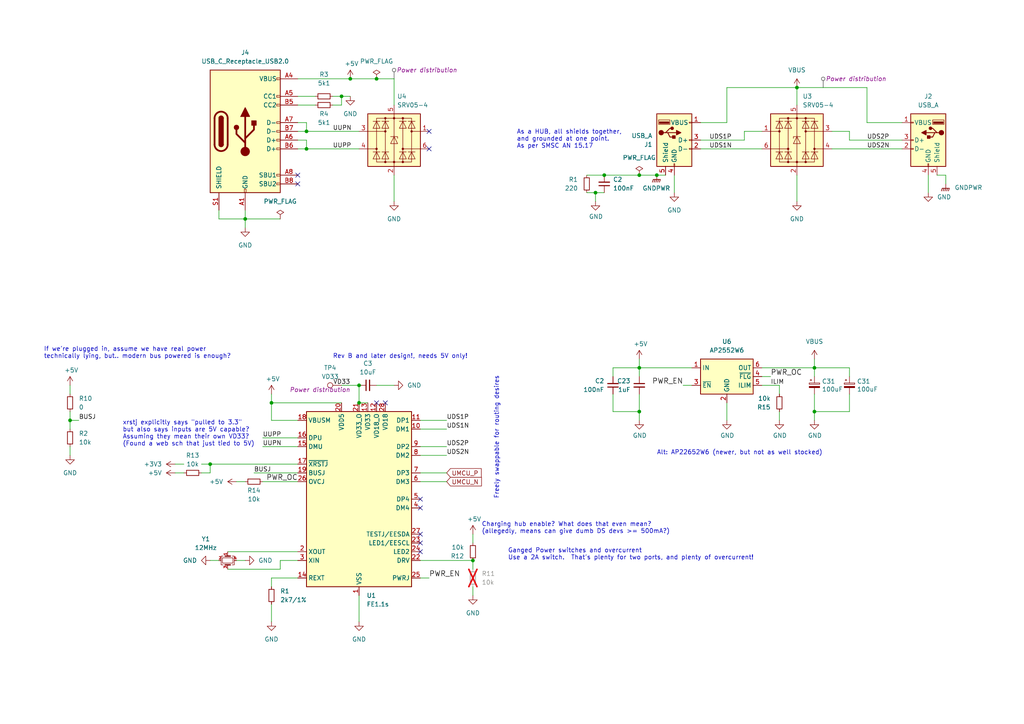
<source format=kicad_sch>
(kicad_sch (version 20231120) (generator "eeschema") (generator_version "8.0")
  (paper "A4")
  (title_block (title "Das KB4-Bara2") (rev "r2024-2") (company "Ekta Labs") (comment 1 "http://github.com/karlp/das-kb4-bara2"))
  (lib_symbols
    (symbol "Connector:TestPoint" (pin_numbers hide) (pin_names (offset 0.762) hide)
      (property "Reference" "TP" (at 0 6.858 0))
      (property "Value" "TestPoint" (at 0 5.08 0))
      (symbol "TestPoint_0_1"
        (circle (center 0 3.302) (radius 0.762))
      )
      (symbol "TestPoint_1_1"
        (pin passive line (at 0 0 90) (length 2.54) (name "1") (number "1"))
      )
    )
    (symbol "Connector:USB_A" (pin_names (offset 1.016))
      (property "Reference" "J" (at -5.08 11.43 0))
      (property "Value" "USB_A" (at -5.08 8.89 0))
      (symbol "USB_A_0_1"
        (rectangle (start -5.08 -7.62) (end 5.08 7.62) (stroke (width 0.254)) (fill (type background)))
        (circle (center -3.81 2.159) (radius 0.635) (stroke (width 0.254)) (fill (type outline)))
        (rectangle (start -1.524 4.826) (end -4.318 5.334) (fill (type outline)))
        (rectangle (start -1.27 4.572) (end -4.572 5.842))
        (circle (center -0.635 3.429) (radius 0.381) (stroke (width 0.254)) (fill (type outline)))
        (rectangle (start -0.127 -7.62) (end 0.127 -6.858))
        (polyline (pts (xy -3.175 2.159) (xy -2.54 2.159) (xy -1.27 3.429) (xy -0.635 3.429)) (stroke (width 0.254)))
        (polyline (pts (xy -2.54 2.159) (xy -1.905 2.159) (xy -1.27 0.889) (xy 0 0.889)) (stroke (width 0.254)))
        (polyline (pts (xy 0.635 2.794) (xy 0.635 1.524) (xy 1.905 2.159) (xy 0.635 2.794)) (stroke (width 0.254)) (fill (type outline)))
        (rectangle (start 0.254 1.27) (end -0.508 0.508) (stroke (width 0.254)) (fill (type outline)))
        (rectangle (start 5.08 -2.667) (end 4.318 -2.413))
        (rectangle (start 5.08 -0.127) (end 4.318 0.127))
        (rectangle (start 5.08 4.953) (end 4.318 5.207))
      )
      (symbol "USB_A_1_1"
        (polyline (pts (xy -1.905 2.159) (xy 0.635 2.159)) (stroke (width 0.254)))
        (pin power_in line (at 7.62 5.08 180) (length 2.54) (name "VBUS") (number "1"))
        (pin bidirectional line (at 7.62 -2.54 180) (length 2.54) (name "D-") (number "2"))
        (pin bidirectional line (at 7.62 0 180) (length 2.54) (name "D+") (number "3"))
        (pin power_in line (at 0 -10.16 90) (length 2.54) (name "GND") (number "4"))
        (pin passive line (at -2.54 -10.16 90) (length 2.54) (name "Shield") (number "5"))
      )
    )
    (symbol "Connector:USB_C_Receptacle_USB2.0" (pin_names (offset 1.016))
      (property "Reference" "J" (at -10.16 19.05 0))
      (property "Value" "USB_C_Receptacle_USB2.0" (at 19.05 19.05 0))
      (symbol "USB_C_Receptacle_USB2.0_0_0"
        (rectangle (start -0.254 -17.78) (end 0.254 -16.764))
        (rectangle (start 10.16 -14.986) (end 9.144 -15.494))
        (rectangle (start 10.16 -12.446) (end 9.144 -12.954))
        (rectangle (start 10.16 -4.826) (end 9.144 -5.334))
        (rectangle (start 10.16 -2.286) (end 9.144 -2.794))
        (rectangle (start 10.16 0.254) (end 9.144 -0.254))
        (rectangle (start 10.16 2.794) (end 9.144 2.286))
        (rectangle (start 10.16 7.874) (end 9.144 7.366))
        (rectangle (start 10.16 10.414) (end 9.144 9.906))
        (rectangle (start 10.16 15.494) (end 9.144 14.986))
      )
      (symbol "USB_C_Receptacle_USB2.0_0_1"
        (rectangle (start -10.16 17.78) (end 10.16 -17.78) (stroke (width 0.254)) (fill (type background)))
        (arc (start -8.89 -3.81) (mid -6.985 -5.7067) (end -5.08 -3.81) (stroke (width 0.508)))
        (arc (start -7.62 -3.81) (mid -6.985 -4.4423) (end -6.35 -3.81) (stroke (width 0.254)))
        (arc (start -7.62 -3.81) (mid -6.985 -4.4423) (end -6.35 -3.81) (stroke (width 0.254)) (fill (type outline)))
        (rectangle (start -7.62 -3.81) (end -6.35 3.81) (stroke (width 0.254)) (fill (type outline)))
        (arc (start -6.35 3.81) (mid -6.985 4.4423) (end -7.62 3.81) (stroke (width 0.254)))
        (arc (start -6.35 3.81) (mid -6.985 4.4423) (end -7.62 3.81) (stroke (width 0.254)) (fill (type outline)))
        (arc (start -5.08 3.81) (mid -6.985 5.7067) (end -8.89 3.81) (stroke (width 0.508)))
        (circle (center -2.54 1.143) (radius 0.635) (stroke (width 0.254)) (fill (type outline)))
        (circle (center 0 -5.842) (radius 1.27) (fill (type outline)))
        (polyline (pts (xy -8.89 -3.81) (xy -8.89 3.81)) (stroke (width 0.508)))
        (polyline (pts (xy -5.08 3.81) (xy -5.08 -3.81)) (stroke (width 0.508)))
        (polyline (pts (xy 0 -5.842) (xy 0 4.318)) (stroke (width 0.508)))
        (polyline (pts (xy 0 -3.302) (xy -2.54 -0.762) (xy -2.54 0.508)) (stroke (width 0.508)))
        (polyline (pts (xy 0 -2.032) (xy 2.54 0.508) (xy 2.54 1.778)) (stroke (width 0.508)))
        (polyline (pts (xy -1.27 4.318) (xy 0 6.858) (xy 1.27 4.318) (xy -1.27 4.318)) (stroke (width 0.254)) (fill (type outline)))
        (rectangle (start 1.905 1.778) (end 3.175 3.048) (stroke (width 0.254)) (fill (type outline)))
      )
      (symbol "USB_C_Receptacle_USB2.0_1_1"
        (pin passive line (at 0 -22.86 90) (length 5.08) (name "GND") (number "A1"))
        (pin passive line (at 0 -22.86 90) (length 5.08) hide (name "GND") (number "A12"))
        (pin passive line (at 15.24 15.24 180) (length 5.08) (name "VBUS") (number "A4"))
        (pin bidirectional line (at 15.24 10.16 180) (length 5.08) (name "CC1") (number "A5"))
        (pin bidirectional line (at 15.24 -2.54 180) (length 5.08) (name "D+") (number "A6"))
        (pin bidirectional line (at 15.24 2.54 180) (length 5.08) (name "D-") (number "A7"))
        (pin bidirectional line (at 15.24 -12.7 180) (length 5.08) (name "SBU1") (number "A8"))
        (pin passive line (at 15.24 15.24 180) (length 5.08) hide (name "VBUS") (number "A9"))
        (pin passive line (at 0 -22.86 90) (length 5.08) hide (name "GND") (number "B1"))
        (pin passive line (at 0 -22.86 90) (length 5.08) hide (name "GND") (number "B12"))
        (pin passive line (at 15.24 15.24 180) (length 5.08) hide (name "VBUS") (number "B4"))
        (pin bidirectional line (at 15.24 7.62 180) (length 5.08) (name "CC2") (number "B5"))
        (pin bidirectional line (at 15.24 -5.08 180) (length 5.08) (name "D+") (number "B6"))
        (pin bidirectional line (at 15.24 0 180) (length 5.08) (name "D-") (number "B7"))
        (pin bidirectional line (at 15.24 -15.24 180) (length 5.08) (name "SBU2") (number "B8"))
        (pin passive line (at 15.24 15.24 180) (length 5.08) hide (name "VBUS") (number "B9"))
        (pin passive line (at -7.62 -22.86 90) (length 5.08) (name "SHIELD") (number "S1"))
      )
    )
    (symbol "Device:C_Polarized_Small" (pin_numbers hide) (pin_names (offset 0.254) hide)
      (property "Reference" "C" (at 0.254 1.778 0))
      (property "Value" "C_Polarized_Small" (at 0.254 -2.032 0))
      (symbol "C_Polarized_Small_0_1"
        (rectangle (start -1.524 -0.3048) (end 1.524 -0.6858) (fill (type outline)))
        (rectangle (start -1.524 0.6858) (end 1.524 0.3048))
        (polyline (pts (xy -1.27 1.524) (xy -0.762 1.524)))
        (polyline (pts (xy -1.016 1.27) (xy -1.016 1.778)))
      )
      (symbol "C_Polarized_Small_1_1"
        (pin passive line (at 0 2.54 270) (length 1.8542) (name "~") (number "1"))
        (pin passive line (at 0 -2.54 90) (length 1.8542) (name "~") (number "2"))
      )
    )
    (symbol "Device:C_Small" (pin_numbers hide) (pin_names (offset 0.254) hide)
      (property "Reference" "C" (at 0.254 1.778 0))
      (property "Value" "C_Small" (at 0.254 -2.032 0))
      (symbol "C_Small_0_1"
        (polyline (pts (xy -1.524 -0.508) (xy 1.524 -0.508)) (stroke (width 0.3302)))
        (polyline (pts (xy -1.524 0.508) (xy 1.524 0.508)) (stroke (width 0.3048)))
      )
      (symbol "C_Small_1_1"
        (pin passive line (at 0 2.54 270) (length 2.032) (name "~") (number "1"))
        (pin passive line (at 0 -2.54 90) (length 2.032) (name "~") (number "2"))
      )
    )
    (symbol "Device:Crystal_GND24_Small" (pin_names (offset 1.016) hide)
      (property "Reference" "Y" (at 1.27 4.445 0))
      (property "Value" "Crystal_GND24_Small" (at 1.27 2.54 0))
      (symbol "Crystal_GND24_Small_0_1"
        (rectangle (start -0.762 -1.524) (end 0.762 1.524))
        (polyline (pts (xy -1.27 -0.762) (xy -1.27 0.762)) (stroke (width 0.381)))
        (polyline (pts (xy 1.27 -0.762) (xy 1.27 0.762)) (stroke (width 0.381)))
        (polyline (pts (xy -1.27 -1.27) (xy -1.27 -1.905) (xy 1.27 -1.905) (xy 1.27 -1.27)))
        (polyline (pts (xy -1.27 1.27) (xy -1.27 1.905) (xy 1.27 1.905) (xy 1.27 1.27)))
      )
      (symbol "Crystal_GND24_Small_1_1"
        (pin passive line (at -2.54 0 0) (length 1.27) (name "1") (number "1"))
        (pin passive line (at 0 -2.54 90) (length 0.635) (name "2") (number "2"))
        (pin passive line (at 2.54 0 180) (length 1.27) (name "3") (number "3"))
        (pin passive line (at 0 2.54 270) (length 0.635) (name "4") (number "4"))
      )
    )
    (symbol "Device:R_Small" (pin_numbers hide) (pin_names (offset 0.254) hide)
      (property "Reference" "R" (at 0.762 0.508 0))
      (property "Value" "R_Small" (at 0.762 -1.016 0))
      (symbol "R_Small_0_1"
        (rectangle (start -0.762 1.778) (end 0.762 -1.778) (stroke (width 0.2032)))
      )
      (symbol "R_Small_1_1"
        (pin passive line (at 0 2.54 270) (length 0.762) (name "~") (number "1"))
        (pin passive line (at 0 -2.54 90) (length 0.762) (name "~") (number "2"))
      )
    )
    (symbol "Interface_USB:FE1.1s"
      (property "Reference" "U" (at -11.43 26.67 0))
      (property "Value" "FE1.1s" (at 12.7 27.94 0))
      (symbol "FE1.1s_0_1"
        (rectangle (start -15.24 25.4) (end 15.24 -25.4) (stroke (width 0.254)) (fill (type background)))
      )
      (symbol "FE1.1s_1_1"
        (pin power_in line (at 0 -27.94 90) (length 2.54) (name "VSS") (number "1"))
        (pin bidirectional line (at 17.78 20.32 180) (length 2.54) (name "DM1") (number "10"))
        (pin bidirectional line (at 17.78 22.86 180) (length 2.54) (name "DP1") (number "11"))
        (pin power_out line (at 5.08 27.94 270) (length 2.54) (name "VD18_O") (number "12"))
        (pin power_in line (at 2.54 27.94 270) (length 2.54) (name "VD33") (number "13"))
        (pin passive line (at -17.78 -22.86 0) (length 2.54) (name "REXT") (number "14"))
        (pin bidirectional line (at -17.78 15.24 0) (length 2.54) (name "DMU") (number "15"))
        (pin bidirectional line (at -17.78 17.78 0) (length 2.54) (name "DPU") (number "16"))
        (pin input line (at -17.78 10.16 0) (length 2.54) (name "~{XRSTJ}") (number "17"))
        (pin input line (at -17.78 22.86 0) (length 2.54) (name "VBUSM") (number "18"))
        (pin input line (at -17.78 7.62 0) (length 2.54) (name "BUSJ") (number "19"))
        (pin output line (at -17.78 -15.24 0) (length 2.54) (name "XOUT") (number "2"))
        (pin power_in line (at -5.08 27.94 270) (length 2.54) (name "VDD5") (number "20"))
        (pin power_out line (at 0 27.94 270) (length 2.54) (name "VD33_O") (number "21"))
        (pin bidirectional line (at 17.78 -17.78 180) (length 2.54) (name "DRV") (number "22"))
        (pin bidirectional line (at 17.78 -12.7 180) (length 2.54) (name "LED1/EESCL") (number "23"))
        (pin bidirectional line (at 17.78 -15.24 180) (length 2.54) (name "LED2") (number "24"))
        (pin output line (at 17.78 -22.86 180) (length 2.54) (name "PWRJ") (number "25"))
        (pin input line (at -17.78 5.08 0) (length 2.54) (name "OVCJ") (number "26"))
        (pin bidirectional line (at 17.78 -10.16 180) (length 2.54) (name "TESTJ/EESDA") (number "27"))
        (pin power_in line (at 7.62 27.94 270) (length 2.54) (name "VD18") (number "28"))
        (pin input line (at -17.78 -17.78 0) (length 2.54) (name "XIN") (number "3"))
        (pin bidirectional line (at 17.78 -2.54 180) (length 2.54) (name "DM4") (number "4"))
        (pin bidirectional line (at 17.78 0 180) (length 2.54) (name "DP4") (number "5"))
        (pin bidirectional line (at 17.78 5.08 180) (length 2.54) (name "DM3") (number "6"))
        (pin bidirectional line (at 17.78 7.62 180) (length 2.54) (name "DP3") (number "7"))
        (pin bidirectional line (at 17.78 12.7 180) (length 2.54) (name "DM2") (number "8"))
        (pin bidirectional line (at 17.78 15.24 180) (length 2.54) (name "DP2") (number "9"))
      )
    )
    (symbol "karl-parts:AP2552W6"
      (property "Reference" "U" (at -7.62 -6.35 0))
      (property "Value" "AP2552W6" (at -7.62 6.35 0))
      (property "MPN" "AP2552W6-7" (at 0 0 0))
      (property "lcsc#" "C441824" (at 0 0 0))
      (symbol "AP2552W6_0_1"
        (rectangle (start -7.62 5.08) (end 7.62 -5.08) (stroke (width 0.254)) (fill (type background)))
      )
      (symbol "AP2552W6_1_0"
        (pin input line (at 10.16 -2.54 180) (length 2.54) (name "ILIM") (number "5"))
      )
      (symbol "AP2552W6_1_1"
        (pin power_in line (at -10.16 2.54 0) (length 2.54) (name "IN") (number "1"))
        (pin power_in line (at 0 -7.62 90) (length 2.54) (name "GND") (number "2"))
        (pin input line (at -10.16 -2.54 0) (length 2.54) (name "~{EN}") (number "3"))
        (pin open_collector line (at 10.16 0 180) (length 2.54) (name "~{FLG}") (number "4"))
        (pin power_out line (at 10.16 2.54 180) (length 2.54) (name "OUT") (number "6"))
      )
    )
    (symbol "karl-parts:SRV05-4" (pin_names hide)
      (property "Reference" "U" (at 2.54 8.89 0))
      (property "Value" "SRV05-4" (at 2.54 -8.89 0))
      (symbol "SRV05-4_0_1"
        (rectangle (start -7.62 7.62) (end 7.62 -7.62) (stroke (width 0.254)) (fill (type background)))
        (circle (center -5.08 2.54) (radius 0.254) (fill (type outline)))
        (circle (center -2.54 -6.35) (radius 0.254) (fill (type outline)))
        (circle (center -2.54 -2.54) (radius 0.254) (fill (type outline)))
        (circle (center -2.54 6.35) (radius 0.254) (fill (type outline)))
        (rectangle (start -2.54 6.35) (end 2.54 -6.35))
        (circle (center 0 -6.35) (radius 0.254) (fill (type outline)))
        (polyline (pts (xy -5.08 2.54) (xy -7.62 2.54)))
        (polyline (pts (xy -4.064 -3.429) (xy -6.096 -3.429)))
        (polyline (pts (xy -4.064 5.461) (xy -6.096 5.461)))
        (polyline (pts (xy -2.54 -2.54) (xy -7.62 -2.54)))
        (polyline (pts (xy -1.524 -3.429) (xy -3.556 -3.429)))
        (polyline (pts (xy -1.524 5.461) (xy -3.556 5.461)))
        (polyline (pts (xy 0 -7.62) (xy 0 -6.35)))
        (polyline (pts (xy 0 -6.35) (xy 0 1.27)))
        (polyline (pts (xy 0 1.27) (xy 0 6.35)))
        (polyline (pts (xy 0 6.35) (xy 0 7.62)))
        (polyline (pts (xy 1.524 -3.429) (xy 3.556 -3.429)))
        (polyline (pts (xy 1.524 5.461) (xy 3.556 5.461)))
        (polyline (pts (xy 2.54 2.54) (xy 7.62 2.54)))
        (polyline (pts (xy 4.064 -3.429) (xy 6.096 -3.429)))
        (polyline (pts (xy 4.064 5.461) (xy 6.096 5.461)))
        (polyline (pts (xy 5.08 -2.54) (xy 7.62 -2.54)))
        (polyline (pts (xy -6.096 -5.461) (xy -4.064 -5.461) (xy -5.08 -3.429) (xy -6.096 -5.461)))
        (polyline (pts (xy -6.096 3.429) (xy -4.064 3.429) (xy -5.08 5.461) (xy -6.096 3.429)))
        (polyline (pts (xy -3.556 -5.461) (xy -1.524 -5.461) (xy -2.54 -3.429) (xy -3.556 -5.461)))
        (polyline (pts (xy -3.556 3.429) (xy -1.524 3.429) (xy -2.54 5.461) (xy -3.556 3.429)))
        (polyline (pts (xy -2.54 6.35) (xy -5.08 6.35) (xy -5.08 -6.35) (xy -2.54 -6.35)))
        (polyline (pts (xy -1.016 -1.016) (xy 1.016 -1.016) (xy 0 1.016) (xy -1.016 -1.016)))
        (polyline (pts (xy 1.016 1.016) (xy 0.762 1.016) (xy -1.016 1.016) (xy -1.016 0.508)))
        (polyline (pts (xy 2.54 6.35) (xy 5.08 6.35) (xy 5.08 -6.35) (xy 2.54 -6.35)))
        (polyline (pts (xy 3.556 -5.461) (xy 1.524 -5.461) (xy 2.54 -3.429) (xy 3.556 -5.461)))
        (polyline (pts (xy 3.556 3.429) (xy 1.524 3.429) (xy 2.54 5.461) (xy 3.556 3.429)))
        (polyline (pts (xy 6.096 -5.461) (xy 4.064 -5.461) (xy 5.08 -3.429) (xy 6.096 -5.461)))
        (polyline (pts (xy 6.096 3.429) (xy 4.064 3.429) (xy 5.08 5.461) (xy 6.096 3.429)))
        (circle (center 0 6.35) (radius 0.254) (fill (type outline)))
        (circle (center 2.54 -6.35) (radius 0.254) (fill (type outline)))
        (circle (center 2.54 2.54) (radius 0.254) (fill (type outline)))
        (circle (center 2.54 6.35) (radius 0.254) (fill (type outline)))
        (circle (center 5.08 -2.54) (radius 0.254) (fill (type outline)))
      )
      (symbol "SRV05-4_1_1"
        (pin passive line (at -10.16 2.54 0) (length 2.54) (name "I/O1") (number "1"))
        (pin passive line (at 0 -10.16 90) (length 2.54) (name "GND") (number "2"))
        (pin passive line (at 10.16 2.54 180) (length 2.54) (name "I/O2") (number "3"))
        (pin passive line (at 10.16 -2.54 180) (length 2.54) (name "I/O3") (number "4"))
        (pin passive line (at 0 10.16 270) (length 2.54) (name "VBUS") (number "5"))
        (pin passive line (at -10.16 -2.54 0) (length 2.54) (name "I/O4") (number "6"))
      )
    )
    (symbol "power:+3V3" (power) (pin_names (offset 0))
      (property "Value" "+3V3" (at 0 3.556 0))
      (symbol "+3V3_0_1"
        (polyline (pts (xy -0.762 1.27) (xy 0 2.54)))
        (polyline (pts (xy 0 0) (xy 0 2.54)))
        (polyline (pts (xy 0 2.54) (xy 0.762 1.27)))
      )
      (symbol "+3V3_1_1"
        (pin power_in line (at 0 0 90) (length 0) hide (name "+3V3") (number "1"))
      )
    )
    (symbol "power:+5V" (power) (pin_names (offset 0))
      (property "Value" "+5V" (at 0 3.556 0))
      (symbol "+5V_0_1"
        (polyline (pts (xy -0.762 1.27) (xy 0 2.54)))
        (polyline (pts (xy 0 0) (xy 0 2.54)))
        (polyline (pts (xy 0 2.54) (xy 0.762 1.27)))
      )
      (symbol "+5V_1_1"
        (pin power_in line (at 0 0 90) (length 0) hide (name "+5V") (number "1"))
      )
    )
    (symbol "power:GND" (power) (pin_names (offset 0))
      (property "Value" "GND" (at 0 -3.81 0))
      (symbol "GND_0_1"
        (polyline (pts (xy 0 0) (xy 0 -1.27) (xy 1.27 -1.27) (xy 0 -2.54) (xy -1.27 -1.27) (xy 0 -1.27)))
      )
      (symbol "GND_1_1"
        (pin power_in line (at 0 0 270) (length 0) hide (name "GND") (number "1"))
      )
    )
    (symbol "power:GNDPWR" (power) (pin_names (offset 0))
      (property "Value" "GNDPWR" (at 0 -3.302 0))
      (symbol "GNDPWR_0_1"
        (polyline (pts (xy 0 -1.27) (xy 0 0)))
        (polyline (pts (xy -1.016 -1.27) (xy -1.27 -2.032) (xy -1.27 -2.032)) (stroke (width 0.2032)))
        (polyline (pts (xy -0.508 -1.27) (xy -0.762 -2.032) (xy -0.762 -2.032)) (stroke (width 0.2032)))
        (polyline (pts (xy 0 -1.27) (xy -0.254 -2.032) (xy -0.254 -2.032)) (stroke (width 0.2032)))
        (polyline (pts (xy 0.508 -1.27) (xy 0.254 -2.032) (xy 0.254 -2.032)) (stroke (width 0.2032)))
        (polyline (pts (xy 1.016 -1.27) (xy -1.016 -1.27) (xy -1.016 -1.27)) (stroke (width 0.2032)))
        (polyline (pts (xy 1.016 -1.27) (xy 0.762 -2.032) (xy 0.762 -2.032) (xy 0.762 -2.032)) (stroke (width 0.2032)))
      )
      (symbol "GNDPWR_1_1"
        (pin power_in line (at 0 0 270) (length 0) hide (name "GNDPWR") (number "1"))
      )
    )
    (symbol "power:PWR_FLAG" (power) (pin_numbers hide) (pin_names (offset 0) hide)
      (property "Value" "PWR_FLAG" (at 0 3.81 0))
      (symbol "PWR_FLAG_0_0"
        (pin power_out line (at 0 0 90) (length 0) (name "pwr") (number "1"))
      )
      (symbol "PWR_FLAG_0_1"
        (polyline (pts (xy 0 0) (xy 0 1.27) (xy -1.016 1.905) (xy 0 2.54) (xy 1.016 1.905) (xy 0 1.27)))
      )
    )
    (symbol "power:VBUS" (power) (pin_names (offset 0))
      (property "Value" "VBUS" (at 0 3.81 0))
      (symbol "VBUS_0_1"
        (polyline (pts (xy -0.762 1.27) (xy 0 2.54)))
        (polyline (pts (xy 0 0) (xy 0 2.54)))
        (polyline (pts (xy 0 2.54) (xy 0.762 1.27)))
      )
      (symbol "VBUS_1_1"
        (pin power_in line (at 0 0 90) (length 0) hide (name "VBUS") (number "1"))
      )
    )
  )
  (junction (at 99.06 27.94))
  (junction (at 175.26 50.8))
  (junction (at 104.14 116.84))
  (junction (at 231.14 25.4))
  (junction (at 88.9 38.1))
  (junction (at 60.96 134.62))
  (junction (at 236.22 106.68))
  (junction (at 137.16 162.56))
  (junction (at 88.9 43.18))
  (junction (at 185.42 119.38))
  (junction (at 190.5 50.8))
  (junction (at 185.42 106.68))
  (junction (at 109.22 22.86))
  (junction (at 101.6 22.86))
  (junction (at 172.72 55.88))
  (junction (at 236.22 119.38))
  (junction (at 104.14 111.76))
  (junction (at 71.12 63.5))
  (junction (at 20.32 121.92))
  (junction (at 78.74 116.84))
  (junction (at 185.42 50.8))
  (no_connect (at 121.92 144.78))
  (no_connect (at 109.22 116.84))
  (no_connect (at 121.92 147.32))
  (no_connect (at 121.92 160.02))
  (no_connect (at 124.46 43.18))
  (no_connect (at 86.36 53.34))
  (no_connect (at 124.46 38.1))
  (no_connect (at 121.92 154.94))
  (no_connect (at 111.76 116.84))
  (no_connect (at 121.92 157.48))
  (no_connect (at 86.36 50.8))
  (wire (pts (xy 76.2 127) (xy 86.36 127)))
  (wire (pts (xy 177.8 114.3) (xy 177.8 119.38)))
  (wire (pts (xy 231.14 50.8) (xy 231.14 58.42)))
  (wire (pts (xy 241.3 43.18) (xy 261.62 43.18)))
  (wire (pts (xy 86.36 30.48) (xy 91.44 30.48)))
  (wire (pts (xy 60.96 137.16) (xy 60.96 134.62)))
  (wire (pts (xy 246.38 106.68) (xy 236.22 106.68)))
  (wire (pts (xy 121.92 139.7) (xy 129.54 139.7)))
  (wire (pts (xy 121.92 124.46) (xy 129.54 124.46)))
  (wire (pts (xy 220.98 106.68) (xy 236.22 106.68)))
  (wire (pts (xy 246.38 40.64) (xy 246.38 38.1)))
  (wire (pts (xy 86.36 43.18) (xy 88.9 43.18)))
  (wire (pts (xy 86.36 22.86) (xy 101.6 22.86)))
  (wire (pts (xy 81.28 162.56) (xy 81.28 165.1)))
  (wire (pts (xy 96.52 30.48) (xy 99.06 30.48)))
  (wire (pts (xy 261.62 35.56) (xy 251.46 35.56)))
  (wire (pts (xy 274.32 53.34) (xy 274.32 50.8)))
  (wire (pts (xy 251.46 35.56) (xy 251.46 25.4)))
  (wire (pts (xy 220.98 111.76) (xy 226.06 111.76)))
  (wire (pts (xy 50.8 137.16) (xy 53.34 137.16)))
  (wire (pts (xy 20.32 121.92) (xy 20.32 124.46)))
  (wire (pts (xy 170.18 55.88) (xy 172.72 55.88)))
  (wire (pts (xy 86.36 27.94) (xy 91.44 27.94)))
  (wire (pts (xy 137.16 162.56) (xy 137.16 165.1)))
  (wire (pts (xy 203.2 43.18) (xy 220.98 43.18)))
  (wire (pts (xy 236.22 104.14) (xy 236.22 106.68)))
  (wire (pts (xy 175.26 50.8) (xy 185.42 50.8)))
  (wire (pts (xy 78.74 175.26) (xy 78.74 180.34)))
  (wire (pts (xy 86.36 162.56) (xy 81.28 162.56)))
  (wire (pts (xy 66.04 160.02) (xy 86.36 160.02)))
  (wire (pts (xy 101.6 22.86) (xy 109.22 22.86)))
  (wire (pts (xy 20.32 129.54) (xy 20.32 132.08)))
  (wire (pts (xy 203.2 40.64) (xy 215.9 40.64)))
  (wire (pts (xy 177.8 106.68) (xy 185.42 106.68)))
  (wire (pts (xy 114.3 50.8) (xy 114.3 58.42)))
  (wire (pts (xy 185.42 106.68) (xy 185.42 109.22)))
  (wire (pts (xy 121.92 137.16) (xy 129.54 137.16)))
  (wire (pts (xy 261.62 40.64) (xy 246.38 40.64)))
  (wire (pts (xy 170.18 50.8) (xy 175.26 50.8)))
  (wire (pts (xy 88.9 35.56) (xy 88.9 38.1)))
  (wire (pts (xy 88.9 38.1) (xy 104.14 38.1)))
  (wire (pts (xy 60.96 134.62) (xy 86.36 134.62)))
  (wire (pts (xy 121.92 129.54) (xy 129.54 129.54)))
  (wire (pts (xy 226.06 119.38) (xy 226.06 121.92)))
  (wire (pts (xy 246.38 109.22) (xy 246.38 106.68)))
  (wire (pts (xy 78.74 114.3) (xy 78.74 116.84)))
  (wire (pts (xy 99.06 111.76) (xy 104.14 111.76)))
  (wire (pts (xy 185.42 114.3) (xy 185.42 119.38)))
  (wire (pts (xy 121.92 167.64) (xy 124.46 167.64)))
  (wire (pts (xy 63.5 60.96) (xy 63.5 63.5)))
  (wire (pts (xy 121.92 162.56) (xy 137.16 162.56)))
  (wire (pts (xy 86.36 38.1) (xy 88.9 38.1)))
  (wire (pts (xy 185.42 50.8) (xy 190.5 50.8)))
  (wire (pts (xy 246.38 119.38) (xy 236.22 119.38)))
  (wire (pts (xy 190.5 50.8) (xy 193.04 50.8)))
  (wire (pts (xy 86.36 40.64) (xy 88.9 40.64)))
  (wire (pts (xy 66.04 165.1) (xy 81.28 165.1)))
  (wire (pts (xy 137.16 157.48) (xy 137.16 154.94)))
  (wire (pts (xy 78.74 121.92) (xy 78.74 116.84)))
  (wire (pts (xy 210.82 35.56) (xy 210.82 25.4)))
  (wire (pts (xy 58.42 137.16) (xy 60.96 137.16)))
  (wire (pts (xy 177.8 119.38) (xy 185.42 119.38)))
  (wire (pts (xy 215.9 40.64) (xy 215.9 38.1)))
  (wire (pts (xy 177.8 109.22) (xy 177.8 106.68)))
  (wire (pts (xy 269.24 50.8) (xy 269.24 55.88)))
  (wire (pts (xy 109.22 22.86) (xy 114.3 22.86)))
  (wire (pts (xy 53.34 134.62) (xy 50.8 134.62)))
  (wire (pts (xy 236.22 109.22) (xy 236.22 106.68)))
  (wire (pts (xy 68.58 162.56) (xy 71.12 162.56)))
  (wire (pts (xy 109.22 111.76) (xy 114.3 111.76)))
  (wire (pts (xy 236.22 114.3) (xy 236.22 119.38)))
  (wire (pts (xy 20.32 119.38) (xy 20.32 121.92)))
  (wire (pts (xy 121.92 132.08) (xy 129.54 132.08)))
  (wire (pts (xy 71.12 63.5) (xy 81.28 63.5)))
  (wire (pts (xy 99.06 30.48) (xy 99.06 27.94)))
  (wire (pts (xy 210.82 121.92) (xy 210.82 116.84)))
  (wire (pts (xy 195.58 50.8) (xy 195.58 55.88)))
  (wire (pts (xy 185.42 104.14) (xy 185.42 106.68)))
  (wire (pts (xy 78.74 167.64) (xy 78.74 170.18)))
  (wire (pts (xy 137.16 170.18) (xy 137.16 172.72)))
  (wire (pts (xy 86.36 167.64) (xy 78.74 167.64)))
  (wire (pts (xy 86.36 35.56) (xy 88.9 35.56)))
  (wire (pts (xy 20.32 111.76) (xy 20.32 114.3)))
  (wire (pts (xy 203.2 35.56) (xy 210.82 35.56)))
  (wire (pts (xy 104.14 116.84) (xy 106.68 116.84)))
  (wire (pts (xy 200.66 111.76) (xy 198.12 111.76)))
  (wire (pts (xy 88.9 43.18) (xy 104.14 43.18)))
  (wire (pts (xy 78.74 116.84) (xy 99.06 116.84)))
  (wire (pts (xy 223.52 109.22) (xy 220.98 109.22)))
  (wire (pts (xy 114.3 22.86) (xy 114.3 30.48)))
  (wire (pts (xy 76.2 129.54) (xy 86.36 129.54)))
  (wire (pts (xy 246.38 114.3) (xy 246.38 119.38)))
  (wire (pts (xy 63.5 63.5) (xy 71.12 63.5)))
  (wire (pts (xy 185.42 106.68) (xy 200.66 106.68)))
  (wire (pts (xy 58.42 134.62) (xy 60.96 134.62)))
  (wire (pts (xy 60.96 162.56) (xy 63.5 162.56)))
  (wire (pts (xy 215.9 38.1) (xy 220.98 38.1)))
  (wire (pts (xy 226.06 111.76) (xy 226.06 114.3)))
  (wire (pts (xy 104.14 172.72) (xy 104.14 180.34)))
  (wire (pts (xy 274.32 50.8) (xy 271.78 50.8)))
  (wire (pts (xy 73.66 137.16) (xy 86.36 137.16)))
  (wire (pts (xy 101.6 27.94) (xy 99.06 27.94)))
  (wire (pts (xy 172.72 55.88) (xy 175.26 55.88)))
  (wire (pts (xy 68.58 139.7) (xy 71.12 139.7)))
  (wire (pts (xy 71.12 63.5) (xy 71.12 66.04)))
  (wire (pts (xy 172.72 55.88) (xy 172.72 58.42)))
  (wire (pts (xy 104.14 111.76) (xy 104.14 116.84)))
  (wire (pts (xy 236.22 119.38) (xy 236.22 121.92)))
  (wire (pts (xy 99.06 27.94) (xy 96.52 27.94)))
  (wire (pts (xy 231.14 25.4) (xy 231.14 30.48)))
  (wire (pts (xy 121.92 121.92) (xy 129.54 121.92)))
  (wire (pts (xy 88.9 43.18) (xy 88.9 40.64)))
  (wire (pts (xy 86.36 121.92) (xy 78.74 121.92)))
  (wire (pts (xy 71.12 60.96) (xy 71.12 63.5)))
  (wire (pts (xy 251.46 25.4) (xy 231.14 25.4)))
  (wire (pts (xy 22.86 121.92) (xy 20.32 121.92)))
  (wire (pts (xy 241.3 38.1) (xy 246.38 38.1)))
  (wire (pts (xy 185.42 119.38) (xy 185.42 121.92)))
  (wire (pts (xy 76.2 139.7) (xy 86.36 139.7)))
  (wire (pts (xy 210.82 25.4) (xy 231.14 25.4)))
  (text "Ganged Power switches and overcurrent\nUse a 2A switch.  That's plenty for two ports, and plenty of overcurrent!" (at 147.32 162.56 0) (effects (font (size 1.27 1.27)) (justify left bottom)))
  (text "Alt: AP22652W6 (newer, but not as well stocked)" (at 190.5 132.08 0) (effects (font (size 1.27 1.27)) (justify left bottom)))
  (text "xrstj explicitly says \"pulled to 3.3\"\nbut also says inputs are 5V capable?\nAssuming they mean their own VD33?\n(Found a web sch that just tied to 5V)" (at 35.56 129.54 0) (effects (font (size 1.27 1.27)) (justify left bottom)))
  (text "Freely swappable for routing desires" (at 144.78 144.78 90) (effects (font (size 1.27 1.27)) (justify left bottom)))
  (text "As a HUB, all shields together,\nand grounded at one point.\nAs per SMSC AN 15.17 " (at 149.86 43.18 0) (effects (font (size 1.27 1.27)) (justify left bottom)))
  (text "If we're plugged in, assume we have real power\ntechnically lying, but.. modern bus powered is enough?" (at 12.7 104.14 0) (effects (font (size 1.27 1.27)) (justify left bottom)))
  (text "Rev B and later design!, needs 5V only!" (at 96.52 104.14 0) (effects (font (size 1.27 1.27)) (justify left bottom)))
  (text "Charging hub enable? What does that even mean?\n(allegedly, means can give dumb DS devs >= 500mA?)" (at 139.7 154.94 0) (effects (font (size 1.27 1.27)) (justify left bottom)))
  (label "PWR_OC" (at 223.52 109.22 0) (effects (font (size 1.4986 1.4986))))
  (label "UDS2P" (at 251.46 40.64 0))
  (label "PWR_EN" (at 198.12 111.76 180) (effects (font (size 1.4986 1.4986))))
  (label "UDS1P" (at 205.74 40.64 0))
  (label "PWR_EN" (at 124.46 167.64 0) (effects (font (size 1.4986 1.4986))))
  (label "UDS2P" (at 129.54 129.54 0))
  (label "UDS2N" (at 129.54 132.08 0))
  (label "BUSJ" (at 73.66 137.16 0))
  (label "UUPN" (at 96.52 38.1 0))
  (label "UUPP" (at 76.2 127 0))
  (label "UUPN" (at 76.2 129.54 0))
  (label "BUSJ" (at 22.86 121.92 0))
  (label "UDS2N" (at 251.46 43.18 0))
  (label "UDS1N" (at 205.74 43.18 0))
  (label "PWR_OC" (at 86.36 139.7 180) (effects (font (size 1.4986 1.4986))))
  (label "UUPP" (at 96.52 43.18 0))
  (label "UDS1N" (at 129.54 124.46 0))
  (label "UDS1P" (at 129.54 121.92 0))
  (label "VD33" (at 101.6 111.76 180) (property "Netclass" "Power distribution" (at 101.6 113.03 0) (effects (font (italic yes)) (justify right))))
  (label "ILIM" (at 223.52 111.76 0))
  (global_label "UMCU_P" (shape input) (at 129.54 137.16 0) (property "Intersheetrefs" "${INTERSHEET_REFS}" (effects (hide yes))))
  (global_label "UMCU_N" (shape input) (at 129.54 139.7 0) (property "Intersheetrefs" "${INTERSHEET_REFS}" (effects (hide yes))))
  (netclass_flag "" (length 2.54) (shape round) (at 238.76 25.4 0) (property "Netclass" "Power distribution" (at 239.4585 22.86 0) (effects (font (italic yes)) (justify left))))
  (netclass_flag "" (length 2.54) (shape round) (at 114.3 22.86 0) (property "Netclass" "Power distribution" (at 114.9985 20.32 0) (effects (font (italic yes)) (justify left))))
  (symbol (lib_id "Device:R_Small") (at 170.18 53.34 180) (unit 1)
    (property "Reference" "R1" (at 167.64 52.07 0) (effects (justify left)))
    (property "Value" "220" (at 167.64 54.61 0) (effects (justify left)))
    (property "Footprint" "Resistor_SMD:R_0603_1608Metric" (effects (hide yes)))
    (property "MPN" "0603WAF2200T5E" (effects (hide yes)))
    (property "jlc-basic" "1" (effects (hide yes)))
    (property "lcsc#" "C22962" (effects (hide yes)))
    (instances (project "r2022-12" (path "" (reference "R1") (unit 1))) (project "r2024-02-single" (path "" (reference "R9") (unit 1))))
  )
  (symbol (lib_id "power:GND") (at 210.82 121.92 0) (unit 1)
    (property "Reference" "#PWR054" (effects (hide yes)))
    (property "Value" "GND" (at 210.947 126.3142 0))
    (instances (project "r2022-12" (path "" (reference "#PWR054") (unit 1))) (project "r2024-02-single" (path "" (reference "#PWR024") (unit 1))))
  )
  (symbol (lib_id "karl-parts:SRV05-4") (at 114.3 40.64 0) (mirror y) (unit 1)
    (property "Reference" "U4" (at 115.1889 27.94 0) (effects (justify right)))
    (property "Value" "SRV05-4" (at 115.1889 30.48 0) (effects (justify right)))
    (property "Footprint" "Package_TO_SOT_SMD:SOT-23-6" (effects (hide yes)))
    (property "Datasheet" "http://www.onsemi.com/pub/Collateral/SRV05-4-D.PDF" (effects (hide yes)))
    (property "lcsc#" "C7420376" (effects (hide yes)))
    (property "jlc-basic" "1" (effects (hide yes)))
    (property "lcsc2#" "C85364" (effects (hide yes)))
  )
  (symbol (lib_id "Connector:USB_C_Receptacle_USB2.0") (at 71.12 38.1 0) (unit 1)
    (property "Reference" "J4" (at 71.12 15.24 0))
    (property "Value" "USB_C_Receptacle_USB2.0" (at 71.12 17.78 0))
    (property "Footprint" "Connector_USB:USB_C_Receptacle_G-Switch_GT-USB-7010ASV" (effects (hide yes)))
    (property "Datasheet" "https://www.usb.org/sites/default/files/documents/usb_type-c.zip" (effects (hide yes)))
    (property "lcsc#" "C2927038" (effects (hide yes)))
    (property "MPN" "USB-TYPE-C-018" (effects (hide yes)))
    (property "jlc-basic" "0" (effects (hide yes)))
  )
  (symbol (lib_id "power:+5V") (at 101.6 22.86 0) (unit 1)
    (property "Reference" "#PWR043" (effects (hide yes)))
    (property "Value" "+5V" (at 101.981 18.4658 0))
    (instances (project "r2022-12" (path "" (reference "#PWR043") (unit 1))) (project "r2024-02-single" (path "" (reference "#PWR022") (unit 1))))
  )
  (symbol (lib_id "Connector:USB_A") (at 269.24 40.64 0) (mirror y) (unit 1)
    (property "Reference" "J2" (at 269.24 27.94 0))
    (property "Value" "USB_A" (at 269.24 30.48 0))
    (property "Footprint" "Connector_USB:USB_A_Stewart_SS-52100-001_Horizontal" (effects (hide yes)))
    (property "Datasheet" " ~" (effects (hide yes)))
    (property "lcsc#" "C42643" (effects (hide yes)))
    (property "MPN" "902-141A1011D10100" (effects (hide yes)))
    (property "jlc-basic" "0" (effects (hide yes)))
  )
  (symbol (lib_id "power:+3V3") (at 50.8 134.62 90) (unit 1)
    (property "Reference" "#PWR031" (effects (hide yes)))
    (property "Value" "+3V3" (at 46.99 134.62 90) (effects (justify left)))
  )
  (symbol (lib_id "power:PWR_FLAG") (at 109.22 22.86 0) (unit 1)
    (property "Reference" "#FLG01" (effects (hide yes)))
    (property "Value" "PWR_FLAG" (at 109.22 17.78 0))
  )
  (symbol (lib_id "power:PWR_FLAG") (at 185.42 50.8 0) (unit 1)
    (property "Reference" "#FLG02" (effects (hide yes)))
    (property "Value" "PWR_FLAG" (at 185.42 45.72 0))
  )
  (symbol (lib_id "Device:R_Small") (at 78.74 172.72 0) (unit 1)
    (property "Reference" "R1" (at 81.28 171.45 0) (effects (justify left)))
    (property "Value" "2k7/1%" (at 81.28 173.99 0) (effects (justify left)))
    (property "Footprint" "Resistor_SMD:R_0603_1608Metric" (effects (hide yes)))
    (property "lcsc#" "C13167" (effects (hide yes)))
    (property "MPN" "0603WAF2701T5E" (effects (hide yes)))
    (property "jlc-basic" "1" (effects (hide yes)))
  )
  (symbol (lib_id "Device:R_Small") (at 226.06 116.84 0) (unit 1)
    (property "Reference" "R15" (at 223.52 118.11 0) (effects (justify right)))
    (property "Value" "10k" (at 223.52 115.57 0) (effects (justify right)))
    (property "Footprint" "Resistor_SMD:R_0603_1608Metric" (effects (hide yes)))
    (property "lcsc#" "C25804" (effects (hide yes)))
    (property "MPN" "0603WAF1002T5E" (effects (hide yes)))
    (property "jlc-basic" "1" (effects (hide yes)))
  )
  (symbol (lib_id "power:+5V") (at 68.58 139.7 90) (unit 1)
    (property "Reference" "#PWR043" (effects (hide yes)))
    (property "Value" "+5V" (at 64.77 139.7 90) (effects (justify left)))
    (instances (project "r2022-12" (path "" (reference "#PWR043") (unit 1))) (project "r2024-02-single" (path "" (reference "#PWR02") (unit 1))))
  )
  (symbol (lib_id "Device:R_Small") (at 93.98 27.94 90) (unit 1)
    (property "Reference" "R3" (at 93.98 21.59 90))
    (property "Value" "5k1" (at 93.98 24.13 90))
    (property "Footprint" "Resistor_SMD:R_0603_1608Metric" (effects (hide yes)))
    (property "lcsc#" "C23186" (effects (hide yes)))
    (property "MPN" "0603WAF5101T5E" (effects (hide yes)))
    (property "jlc-basic" "1" (effects (hide yes)))
  )
  (symbol (lib_id "power:GND") (at 185.42 121.92 0) (unit 1)
    (property "Reference" "#PWR044" (effects (hide yes)))
    (property "Value" "GND" (at 185.547 126.3142 0))
    (instances (project "r2022-12" (path "" (reference "#PWR044") (unit 1))) (project "r2024-02-single" (path "" (reference "#PWR023") (unit 1))))
  )
  (symbol (lib_id "power:GNDPWR") (at 274.32 53.34 0) (unit 1)
    (property "Reference" "#PWR09" (effects (hide yes)))
    (property "Value" "GNDPWR" (at 276.86 54.4068 0) (effects (justify left)))
    (instances (project "r2022-12" (path "" (reference "#PWR09") (unit 1))) (project "r2024-02-single" (path "" (reference "#PWR021") (unit 1))))
  )
  (symbol (lib_id "power:GND") (at 226.06 121.92 0) (unit 1)
    (property "Reference" "#PWR054" (effects (hide yes)))
    (property "Value" "GND" (at 226.187 126.3142 0))
    (instances (project "r2022-12" (path "" (reference "#PWR054") (unit 1))) (project "r2024-02-single" (path "" (reference "#PWR032") (unit 1))))
  )
  (symbol (lib_id "power:+5V") (at 185.42 104.14 0) (unit 1)
    (property "Reference" "#PWR043" (effects (hide yes)))
    (property "Value" "+5V" (at 185.801 99.7458 0))
    (instances (project "r2022-12" (path "" (reference "#PWR043") (unit 1))) (project "r2024-02-single" (path "" (reference "#PWR027") (unit 1))))
  )
  (symbol (lib_id "Device:R_Small") (at 20.32 127 0) (unit 1)
    (property "Reference" "R2" (at 22.86 125.73 0) (effects (justify left)))
    (property "Value" "10k" (at 22.86 128.27 0) (effects (justify left)))
    (property "Footprint" "Resistor_SMD:R_0603_1608Metric" (effects (hide yes)))
    (property "lcsc#" "C25804" (effects (hide yes)))
    (property "MPN" "0603WAF1002T5E" (effects (hide yes)))
    (property "jlc-basic" "1" (effects (hide yes)))
  )
  (symbol (lib_id "power:GND") (at 101.6 27.94 0) (unit 1)
    (property "Reference" "#PWR014" (effects (hide yes)))
    (property "Value" "GND" (at 101.6 33.02 0))
  )
  (symbol (lib_id "Device:R_Small") (at 55.88 137.16 90) (unit 1)
    (property "Reference" "R13" (at 55.88 132.08 90))
    (property "Value" "10k" (at 55.88 134.62 90))
    (property "Footprint" "Resistor_SMD:R_0603_1608Metric" (effects (hide yes)))
    (property "lcsc#" "C25804" (effects (hide yes)))
    (property "MPN" "0603WAF1002T5E" (effects (hide yes)))
    (property "jlc-basic" "1" (effects (hide yes)))
  )
  (symbol (lib_id "power:+5V") (at 78.74 114.3 0) (unit 1)
    (property "Reference" "#PWR043" (effects (hide yes)))
    (property "Value" "+5V" (at 79.121 109.9058 0))
    (instances (project "r2022-12" (path "" (reference "#PWR043") (unit 1))) (project "r2024-02-single" (path "" (reference "#PWR026") (unit 1))))
  )
  (symbol (lib_id "power:GND") (at 71.12 66.04 0) (unit 1)
    (property "Reference" "#PWR012" (effects (hide yes)))
    (property "Value" "GND" (at 71.12 71.12 0))
  )
  (symbol (lib_id "power:GND") (at 71.12 162.56 90) (unit 1)
    (property "Reference" "#PWR051" (effects (hide yes)))
    (property "Value" "GND" (at 74.93 162.56 90) (effects (justify right)))
  )
  (symbol (lib_id "power:GND") (at 60.96 162.56 270) (unit 1)
    (property "Reference" "#PWR052" (effects (hide yes)))
    (property "Value" "GND" (at 57.15 162.56 90) (effects (justify right)))
  )
  (symbol (lib_id "Connector:TestPoint") (at 99.06 111.76 90) (unit 1) (in_bom no)
    (property "Reference" "TP4" (at 95.758 106.68 90))
    (property "Value" "VD33" (at 95.758 109.22 90))
    (property "Footprint" "TestPoint:TestPoint_THTPad_D1.5mm_Drill0.7mm" (effects (hide yes)))
  )
  (symbol (lib_id "power:GNDPWR") (at 190.5 50.8 0) (unit 1)
    (property "Reference" "#PWR09" (effects (hide yes)))
    (property "Value" "GNDPWR" (at 190.373 54.61 0))
    (instances (project "r2022-12" (path "" (reference "#PWR09") (unit 1))) (project "r2024-02-single" (path "" (reference "#PWR020") (unit 1))))
  )
  (symbol (lib_id "power:GND") (at 114.3 58.42 0) (unit 1)
    (property "Reference" "#PWR013" (effects (hide yes)))
    (property "Value" "GND" (at 114.3 63.5 0))
  )
  (symbol (lib_id "Device:C_Small") (at 106.68 111.76 90) (unit 1)
    (property "Reference" "C3" (at 106.6863 105.41 90))
    (property "Value" "10uF" (at 106.6863 107.95 90))
    (property "Footprint" "Capacitor_SMD:C_0805_2012Metric" (effects (hide yes)))
    (property "lcsc#" "C15850" (effects (hide yes)))
    (property "MPN" "CL21A106KAYNNNE" (effects (hide yes)))
    (property "jlc-basic" "1" (effects (hide yes)))
  )
  (symbol (lib_id "power:GND") (at 78.74 180.34 0) (unit 1)
    (property "Reference" "#PWR015" (effects (hide yes)))
    (property "Value" "GND" (at 78.74 185.42 0))
  )
  (symbol (lib_id "power:GND") (at 236.22 121.92 0) (unit 1)
    (property "Reference" "#PWR062" (effects (hide yes)))
    (property "Value" "GND" (at 236.347 126.3142 0))
    (instances (project "r2022-12" (path "" (reference "#PWR062") (unit 1))) (project "r2024-02-single" (path "" (reference "#PWR025") (unit 1))))
  )
  (symbol (lib_id "karl-parts:SRV05-4") (at 231.14 40.64 0) (unit 1)
    (property "Reference" "U3" (at 232.7911 27.94 0) (effects (justify left)))
    (property "Value" "SRV05-4" (at 232.7911 30.48 0) (effects (justify left)))
    (property "Footprint" "Package_TO_SOT_SMD:SOT-23-6" (effects (hide yes)))
    (property "Datasheet" "http://www.onsemi.com/pub/Collateral/SRV05-4-D.PDF" (effects (hide yes)))
    (property "lcsc#" "C7420376" (effects (hide yes)))
    (property "lcsc2#" "C85364" (effects (hide yes)))
    (property "jlc-basic" "1" (effects (hide yes)))
  )
  (symbol (lib_id "power:+5V") (at 50.8 137.16 90) (unit 1)
    (property "Reference" "#PWR043" (effects (hide yes)))
    (property "Value" "+5V" (at 46.99 137.16 90) (effects (justify left)))
    (instances (project "r2022-12" (path "" (reference "#PWR043") (unit 1))) (project "r2024-02-single" (path "" (reference "#PWR046") (unit 1))))
  )
  (symbol (lib_id "power:GND") (at 195.58 55.88 0) (unit 1)
    (property "Reference" "#PWR011" (effects (hide yes)))
    (property "Value" "GND" (at 195.58 60.96 0))
  )
  (symbol (lib_id "power:GND") (at 231.14 58.42 0) (unit 1)
    (property "Reference" "#PWR08" (effects (hide yes)))
    (property "Value" "GND" (at 231.14 63.5 0))
  )
  (symbol (lib_id "Device:C_Small") (at 175.26 53.34 180) (unit 1)
    (property "Reference" "C2" (at 177.8 52.0636 0) (effects (justify right)))
    (property "Value" "100nF" (at 177.8 54.6036 0) (effects (justify right)))
    (property "Footprint" "Capacitor_SMD:C_0603_1608Metric" (effects (hide yes)))
    (property "MPN" "CC0603KRX7R9BB104 " (effects (hide yes)))
    (property "lcsc#" "C14663" (effects (hide yes)))
    (property "jlc-basic" "1" (effects (hide yes)))
    (instances (project "r2022-12" (path "" (reference "C2") (unit 1))) (project "r2024-02-single" (path "" (reference "C9") (unit 1))))
  )
  (symbol (lib_id "Device:C_Small") (at 177.8 111.76 180) (unit 1)
    (property "Reference" "C2" (at 175.26 110.4836 0) (effects (justify left)))
    (property "Value" "100nF" (at 175.26 113.0236 0) (effects (justify left)))
    (property "Footprint" "Capacitor_SMD:C_0603_1608Metric" (effects (hide yes)))
    (property "MPN" "CC0603KRX7R9BB104 " (effects (hide yes)))
    (property "lcsc#" "C14663" (effects (hide yes)))
    (property "jlc-basic" "1" (effects (hide yes)))
    (instances (project "r2022-12" (path "" (reference "C2") (unit 1))) (project "r2024-02-single" (path "" (reference "C1") (unit 1))))
  )
  (symbol (lib_id "Device:R_Small") (at 137.16 167.64 180) (unit 1) (dnp yes)
    (property "Reference" "R11" (at 139.7 166.37 0) (effects (justify right)))
    (property "Value" "10k" (at 139.7 168.91 0) (effects (justify right)))
    (property "Footprint" "Resistor_SMD:R_0603_1608Metric" (effects (hide yes)))
    (property "lcsc#" "C25804" (effects (hide yes)))
    (property "MPN" "0603WAF1002T5E" (effects (hide yes)))
    (property "jlc-basic" "1" (effects (hide yes)))
  )
  (symbol (lib_id "power:GND") (at 172.72 58.42 0) (unit 1)
    (property "Reference" "#PWR06" (effects (hide yes)))
    (property "Value" "GND" (at 172.847 62.8142 0))
    (instances (project "r2022-12" (path "" (reference "#PWR06") (unit 1))) (project "r2024-02-single" (path "" (reference "#PWR019") (unit 1))))
  )
  (symbol (lib_id "power:GND") (at 20.32 132.08 0) (unit 1)
    (property "Reference" "#PWR01" (effects (hide yes)))
    (property "Value" "GND" (at 20.32 137.16 0))
  )
  (symbol (lib_id "Device:R_Small") (at 137.16 160.02 0) (unit 1)
    (property "Reference" "R12" (at 134.62 161.29 0) (effects (justify right)))
    (property "Value" "10k" (at 134.62 158.75 0) (effects (justify right)))
    (property "Footprint" "Resistor_SMD:R_0603_1608Metric" (effects (hide yes)))
    (property "lcsc#" "C25804" (effects (hide yes)))
    (property "MPN" "0603WAF1002T5E" (effects (hide yes)))
    (property "jlc-basic" "1" (effects (hide yes)))
  )
  (symbol (lib_id "Device:Crystal_GND24_Small") (at 66.04 162.56 270) (unit 1)
    (property "Reference" "Y1" (at 59.69 156.3303 90))
    (property "Value" "12MHz" (at 59.69 158.8703 90))
    (property "Footprint" "Crystal:Crystal_SMD_3225-4Pin_3.2x2.5mm" (effects (hide yes)))
    (property "lcsc#" "C9002" (effects (hide yes)))
    (property "jlc-basic" "1" (effects (hide yes)))
  )
  (symbol (lib_id "power:VBUS") (at 231.14 25.4 0) (unit 1)
    (property "Reference" "#PWR04" (effects (hide yes)))
    (property "Value" "VBUS" (at 231.14 20.32 0))
  )
  (symbol (lib_id "power:GND") (at 137.16 172.72 0) (unit 1)
    (property "Reference" "#PWR030" (effects (hide yes)))
    (property "Value" "GND" (at 137.16 177.8 0))
  )
  (symbol (lib_id "Interface_USB:FE1.1s") (at 104.14 144.78 0) (unit 1)
    (property "Reference" "U1" (at 106.3341 172.72 0) (effects (justify left)))
    (property "Value" "FE1.1s" (at 106.3341 175.26 0) (effects (justify left)))
    (property "Footprint" "Package_SO:SSOP-28_3.9x9.9mm_P0.635mm" (effects (hide yes)))
    (property "Datasheet" "https://cdn-shop.adafruit.com/product-files/2991/FE1.1s+Data+Sheet+(Rev.+1.0).pdf" (effects (hide yes)))
    (property "lcsc#" "C6706491" (effects (hide yes)))
    (property "jlc-basic" "0" (effects (hide yes)))
  )
  (symbol (lib_id "power:PWR_FLAG") (at 81.28 63.5 0) (unit 1)
    (property "Reference" "#FLG03" (effects (hide yes)))
    (property "Value" "PWR_FLAG" (at 81.28 58.42 0))
  )
  (symbol (lib_id "power:GND") (at 104.14 180.34 0) (unit 1)
    (property "Reference" "#PWR03" (effects (hide yes)))
    (property "Value" "GND" (at 104.14 185.42 0))
  )
  (symbol (lib_id "Connector:USB_A") (at 195.58 40.64 0) (unit 1)
    (property "Reference" "J1" (at 189.23 41.91 0) (effects (justify right)))
    (property "Value" "USB_A" (at 189.23 39.37 0) (effects (justify right)))
    (property "Footprint" "Connector_USB:USB_A_Stewart_SS-52100-001_Horizontal" (effects (hide yes)))
    (property "Datasheet" " ~" (effects (hide yes)))
    (property "lcsc#" "C42643" (effects (hide yes)))
    (property "MPN" "902-141A1011D10100" (effects (hide yes)))
    (property "jlc-basic" "0" (effects (hide yes)))
  )
  (symbol (lib_id "power:+5V") (at 137.16 154.94 0) (unit 1)
    (property "Reference" "#PWR043" (effects (hide yes)))
    (property "Value" "+5V" (at 137.541 150.5458 0))
    (instances (project "r2022-12" (path "" (reference "#PWR043") (unit 1))) (project "r2024-02-single" (path "" (reference "#PWR037") (unit 1))))
  )
  (symbol (lib_id "power:+5V") (at 20.32 111.76 0) (unit 1)
    (property "Reference" "#PWR043" (effects (hide yes)))
    (property "Value" "+5V" (at 20.701 107.3658 0))
    (instances (project "r2022-12" (path "" (reference "#PWR043") (unit 1))) (project "r2024-02-single" (path "" (reference "#PWR09") (unit 1))))
  )
  (symbol (lib_id "Device:C_Small") (at 185.42 111.76 0) (unit 1)
    (property "Reference" "C23" (at 182.88 110.4963 0) (effects (justify right)))
    (property "Value" "1uF" (at 182.88 113.0363 0) (effects (justify right)))
    (property "Footprint" "Capacitor_SMD:C_0603_1608Metric" (effects (hide yes)))
    (property "MPN" "CL10A105KB8NNNC" (effects (hide yes)))
    (property "jlc-basic" "1" (effects (hide yes)))
    (property "lcsc#" "C15849" (effects (hide yes)))
    (instances (project "r2022-12" (path "" (reference "C23") (unit 1))) (project "r2024-02-single" (path "" (reference "C10") (unit 1))))
  )
  (symbol (lib_id "Device:R_Small") (at 20.32 116.84 0) (unit 1)
    (property "Reference" "R10" (at 22.86 115.57 0) (effects (justify left)))
    (property "Value" "0" (at 22.86 118.11 0) (effects (justify left)))
    (property "Footprint" "Resistor_SMD:R_0603_1608Metric" (effects (hide yes)))
    (property "lcsc#" "C21189" (effects (hide yes)))
    (property "MPN" "0603WAF0000T5E" (effects (hide yes)))
    (property "jlc-basic" "1" (effects (hide yes)))
  )
  (symbol (lib_id "Device:R_Small") (at 73.66 139.7 90) (unit 1)
    (property "Reference" "R14" (at 73.66 142.24 90))
    (property "Value" "10k" (at 73.66 144.78 90))
    (property "Footprint" "Resistor_SMD:R_0603_1608Metric" (effects (hide yes)))
    (property "lcsc#" "C25804" (effects (hide yes)))
    (property "MPN" "0603WAF1002T5E" (effects (hide yes)))
    (property "jlc-basic" "1" (effects (hide yes)))
  )
  (symbol (lib_id "power:GND") (at 269.24 55.88 0) (unit 1)
    (property "Reference" "#PWR010" (effects (hide yes)))
    (property "Value" "GND" (at 271.78 57.15 0) (effects (justify left)))
  )
  (symbol (lib_id "Device:C_Polarized_Small") (at 236.22 111.76 0) (unit 1)
    (property "Reference" "C31" (at 238.3791 110.6106 0) (effects (justify left)))
    (property "Value" "100uF" (at 238.379 112.909 0) (effects (justify left)))
    (property "Footprint" "Capacitor_SMD:C_1206_3216Metric" (effects (hide yes)))
    (property "MPN" "CL31A107MQHNNNE" (effects (hide yes)))
    (property "jlc-basic" "1" (effects (hide yes)))
    (property "lcsc#" "C15008" (effects (hide yes)))
    (instances (project "r2022-12" (path "" (reference "C31") (unit 1))) (project "r2024-02-single" (path "" (reference "C11") (unit 1))))
  )
  (symbol (lib_id "power:VBUS") (at 236.22 104.14 0) (unit 1)
    (property "Reference" "#PWR028" (effects (hide yes)))
    (property "Value" "VBUS" (at 236.22 99.06 0))
  )
  (symbol (lib_id "power:GND") (at 114.3 111.76 90) (unit 1)
    (property "Reference" "#PWR07" (effects (hide yes)))
    (property "Value" "GND" (at 118.11 111.76 90) (effects (justify right)))
  )
  (symbol (lib_id "Device:C_Polarized_Small") (at 246.38 111.76 0) (unit 1)
    (property "Reference" "C31" (at 248.5391 110.6106 0) (effects (justify left)))
    (property "Value" "100uF" (at 248.539 112.909 0) (effects (justify left)))
    (property "Footprint" "Capacitor_SMD:C_1206_3216Metric" (effects (hide yes)))
    (property "MPN" "CL31A107MQHNNNE" (effects (hide yes)))
    (property "jlc-basic" "1" (effects (hide yes)))
    (property "lcsc#" "C15008" (effects (hide yes)))
    (instances (project "r2022-12" (path "" (reference "C31") (unit 1))) (project "r2024-02-single" (path "" (reference "C16") (unit 1))))
  )
  (symbol (lib_id "karl-parts:AP2552W6") (at 210.82 109.22 0) (unit 1)
    (property "Reference" "U6" (at 210.82 99.06 0))
    (property "Value" "AP2552W6" (at 210.82 101.6 0))
    (property "Footprint" "Package_TO_SOT_SMD:SOT-23-6" (effects (hide yes)))
    (property "Datasheet" "https://www.diodes.com/assets/Datasheets/products_inactive_data/AP255x.pdf" (effects (hide yes)))
    (property "MPN" "AP2552W6-7" (effects (hide yes)))
    (property "lcsc#" "C441824" (effects (hide yes)))
  )
  (symbol (lib_id "Device:R_Small") (at 93.98 30.48 90) (unit 1)
    (property "Reference" "R4" (at 93.98 33.02 90))
    (property "Value" "5k1" (at 93.98 35.56 90))
    (property "Footprint" "Resistor_SMD:R_0603_1608Metric" (effects (hide yes)))
    (property "lcsc#" "C23186" (effects (hide yes)))
    (property "MPN" "0603WAF5101T5E" (effects (hide yes)))
    (property "jlc-basic" "1" (effects (hide yes)))
  )
)
</source>
